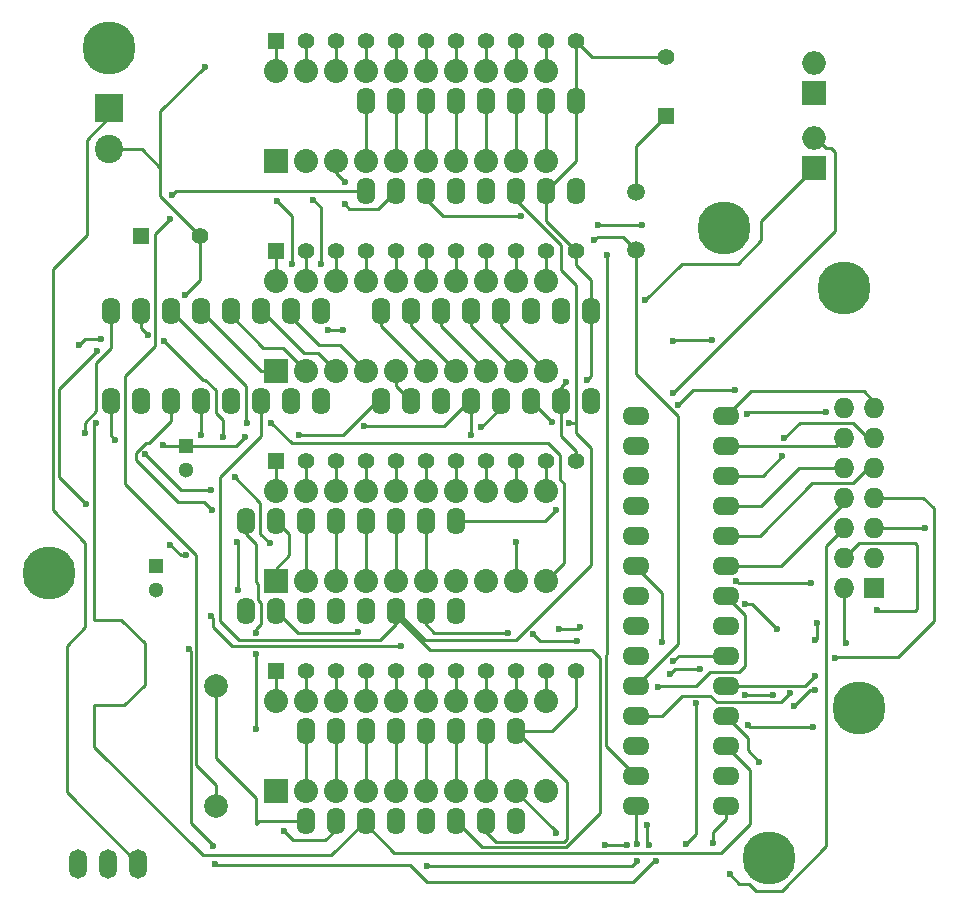
<source format=gbr>
G04 #@! TF.FileFunction,Copper,L2,Bot,Signal*
%FSLAX46Y46*%
G04 Gerber Fmt 4.6, Leading zero omitted, Abs format (unit mm)*
G04 Created by KiCad (PCBNEW 4.0.2-stable) date Tue 02 Aug 2016 06:34:44 PM EDT*
%MOMM*%
G01*
G04 APERTURE LIST*
%ADD10C,0.100000*%
%ADD11C,4.500000*%
%ADD12R,2.032000X2.032000*%
%ADD13C,2.032000*%
%ADD14R,1.400000X1.400000*%
%ADD15C,1.400000*%
%ADD16R,1.300000X1.300000*%
%ADD17C,1.300000*%
%ADD18O,2.300000X1.600000*%
%ADD19C,1.998980*%
%ADD20C,1.397000*%
%ADD21R,1.397000X1.397000*%
%ADD22O,1.600000X2.300000*%
%ADD23C,1.501140*%
%ADD24O,1.501140X2.499360*%
%ADD25R,1.727200X1.727200*%
%ADD26O,1.727200X1.727200*%
%ADD27C,2.400000*%
%ADD28R,2.400000X2.400000*%
%ADD29O,1.998980X1.998980*%
%ADD30R,1.998980X1.998980*%
%ADD31C,0.600000*%
%ADD32C,0.250000*%
G04 APERTURE END LIST*
D10*
D11*
X164338000Y-127571500D03*
X163068000Y-92011500D03*
X156718000Y-140271500D03*
D12*
X114935000Y-134620000D03*
D13*
X117475000Y-134620000D03*
X120015000Y-134620000D03*
X122555000Y-134620000D03*
X132715000Y-127000000D03*
X130175000Y-127000000D03*
X127635000Y-127000000D03*
X125095000Y-127000000D03*
X125095000Y-134620000D03*
X127635000Y-134620000D03*
X130175000Y-134620000D03*
X132715000Y-134620000D03*
X135255000Y-127000000D03*
X137795000Y-127000000D03*
X137795000Y-134620000D03*
X135255000Y-134620000D03*
X122555000Y-127000000D03*
X120015000Y-127000000D03*
X117475000Y-127000000D03*
X114935000Y-127000000D03*
D12*
X114935000Y-116840000D03*
D13*
X117475000Y-116840000D03*
X120015000Y-116840000D03*
X122555000Y-116840000D03*
X132715000Y-109220000D03*
X130175000Y-109220000D03*
X127635000Y-109220000D03*
X125095000Y-109220000D03*
X125095000Y-116840000D03*
X127635000Y-116840000D03*
X130175000Y-116840000D03*
X132715000Y-116840000D03*
X135255000Y-109220000D03*
X137795000Y-109220000D03*
X137795000Y-116840000D03*
X135255000Y-116840000D03*
X122555000Y-109220000D03*
X120015000Y-109220000D03*
X117475000Y-109220000D03*
X114935000Y-109220000D03*
D12*
X114935000Y-99060000D03*
D13*
X117475000Y-99060000D03*
X120015000Y-99060000D03*
X122555000Y-99060000D03*
X132715000Y-91440000D03*
X130175000Y-91440000D03*
X127635000Y-91440000D03*
X125095000Y-91440000D03*
X125095000Y-99060000D03*
X127635000Y-99060000D03*
X130175000Y-99060000D03*
X132715000Y-99060000D03*
X135255000Y-91440000D03*
X137795000Y-91440000D03*
X137795000Y-99060000D03*
X135255000Y-99060000D03*
X122555000Y-91440000D03*
X120015000Y-91440000D03*
X117475000Y-91440000D03*
X114935000Y-91440000D03*
D12*
X114935000Y-81280000D03*
D13*
X117475000Y-81280000D03*
X120015000Y-81280000D03*
X122555000Y-81280000D03*
X132715000Y-73660000D03*
X130175000Y-73660000D03*
X127635000Y-73660000D03*
X125095000Y-73660000D03*
X125095000Y-81280000D03*
X127635000Y-81280000D03*
X130175000Y-81280000D03*
X132715000Y-81280000D03*
X135255000Y-73660000D03*
X137795000Y-73660000D03*
X137795000Y-81280000D03*
X135255000Y-81280000D03*
X122555000Y-73660000D03*
X120015000Y-73660000D03*
X117475000Y-73660000D03*
X114935000Y-73660000D03*
D14*
X103505000Y-87630000D03*
D15*
X108505000Y-87630000D03*
D14*
X147955000Y-77470000D03*
D15*
X147955000Y-72470000D03*
D16*
X104775000Y-115570000D03*
D17*
X104775000Y-117570000D03*
D16*
X107315000Y-105410000D03*
D17*
X107315000Y-107410000D03*
D18*
X145415000Y-102870000D03*
X145415000Y-105410000D03*
X145415000Y-107950000D03*
X145415000Y-110490000D03*
X145415000Y-113030000D03*
X145415000Y-115570000D03*
X145415000Y-118110000D03*
X145415000Y-120650000D03*
X145415000Y-123190000D03*
X145415000Y-125730000D03*
X145415000Y-128270000D03*
X145415000Y-130810000D03*
X145415000Y-133350000D03*
X145415000Y-135890000D03*
X153035000Y-135890000D03*
X153035000Y-133350000D03*
X153035000Y-130810000D03*
X153035000Y-128270000D03*
X153035000Y-125730000D03*
X153035000Y-123190000D03*
X153035000Y-120650000D03*
X153035000Y-118110000D03*
X153035000Y-115570000D03*
X153035000Y-113030000D03*
X153035000Y-110490000D03*
X153035000Y-107950000D03*
X153035000Y-105410000D03*
X153035000Y-102870000D03*
D19*
X109855000Y-135890000D03*
X109855000Y-125730000D03*
D20*
X140335000Y-124460000D03*
D21*
X114935000Y-124460000D03*
D20*
X117475000Y-124460000D03*
X120015000Y-124460000D03*
X122555000Y-124460000D03*
X125095000Y-124460000D03*
X127635000Y-124460000D03*
X130175000Y-124460000D03*
X132715000Y-124460000D03*
X135255000Y-124460000D03*
X137795000Y-124460000D03*
X140335000Y-106680000D03*
D21*
X114935000Y-106680000D03*
D20*
X117475000Y-106680000D03*
X120015000Y-106680000D03*
X122555000Y-106680000D03*
X125095000Y-106680000D03*
X127635000Y-106680000D03*
X130175000Y-106680000D03*
X132715000Y-106680000D03*
X135255000Y-106680000D03*
X137795000Y-106680000D03*
X140335000Y-88900000D03*
D21*
X114935000Y-88900000D03*
D20*
X117475000Y-88900000D03*
X120015000Y-88900000D03*
X122555000Y-88900000D03*
X125095000Y-88900000D03*
X127635000Y-88900000D03*
X130175000Y-88900000D03*
X132715000Y-88900000D03*
X135255000Y-88900000D03*
X137795000Y-88900000D03*
X140335000Y-71120000D03*
D21*
X114935000Y-71120000D03*
D20*
X117475000Y-71120000D03*
X120015000Y-71120000D03*
X122555000Y-71120000D03*
X125095000Y-71120000D03*
X127635000Y-71120000D03*
X130175000Y-71120000D03*
X132715000Y-71120000D03*
X135255000Y-71120000D03*
X137795000Y-71120000D03*
D22*
X117475000Y-129540000D03*
X120015000Y-129540000D03*
X122555000Y-129540000D03*
X125095000Y-129540000D03*
X127635000Y-129540000D03*
X130175000Y-129540000D03*
X132715000Y-129540000D03*
X135255000Y-129540000D03*
X135255000Y-137160000D03*
X132715000Y-137160000D03*
X130175000Y-137160000D03*
X127635000Y-137160000D03*
X125095000Y-137160000D03*
X122555000Y-137160000D03*
X120015000Y-137160000D03*
X117475000Y-137160000D03*
X112395000Y-111760000D03*
X114935000Y-111760000D03*
X117475000Y-111760000D03*
X120015000Y-111760000D03*
X122555000Y-111760000D03*
X125095000Y-111760000D03*
X127635000Y-111760000D03*
X130175000Y-111760000D03*
X130175000Y-119380000D03*
X127635000Y-119380000D03*
X125095000Y-119380000D03*
X122555000Y-119380000D03*
X120015000Y-119380000D03*
X117475000Y-119380000D03*
X114935000Y-119380000D03*
X112395000Y-119380000D03*
X100965000Y-93980000D03*
X103505000Y-93980000D03*
X106045000Y-93980000D03*
X108585000Y-93980000D03*
X111125000Y-93980000D03*
X113665000Y-93980000D03*
X116205000Y-93980000D03*
X118745000Y-93980000D03*
X118745000Y-101600000D03*
X116205000Y-101600000D03*
X113665000Y-101600000D03*
X111125000Y-101600000D03*
X108585000Y-101600000D03*
X106045000Y-101600000D03*
X103505000Y-101600000D03*
X100965000Y-101600000D03*
X123825000Y-93980000D03*
X126365000Y-93980000D03*
X128905000Y-93980000D03*
X131445000Y-93980000D03*
X133985000Y-93980000D03*
X136525000Y-93980000D03*
X139065000Y-93980000D03*
X141605000Y-93980000D03*
X141605000Y-101600000D03*
X139065000Y-101600000D03*
X136525000Y-101600000D03*
X133985000Y-101600000D03*
X131445000Y-101600000D03*
X128905000Y-101600000D03*
X126365000Y-101600000D03*
X123825000Y-101600000D03*
X122555000Y-76200000D03*
X125095000Y-76200000D03*
X127635000Y-76200000D03*
X130175000Y-76200000D03*
X132715000Y-76200000D03*
X135255000Y-76200000D03*
X137795000Y-76200000D03*
X140335000Y-76200000D03*
X140335000Y-83820000D03*
X137795000Y-83820000D03*
X135255000Y-83820000D03*
X132715000Y-83820000D03*
X130175000Y-83820000D03*
X127635000Y-83820000D03*
X125095000Y-83820000D03*
X122555000Y-83820000D03*
D23*
X145415000Y-88800940D03*
X145415000Y-83919060D03*
D11*
X100838000Y-71691500D03*
X152908000Y-86931500D03*
X95758000Y-116141500D03*
D24*
X100711000Y-140779500D03*
X98171000Y-140779500D03*
X103251000Y-140779500D03*
D25*
X165608000Y-117411500D03*
D26*
X163068000Y-117411500D03*
X165608000Y-114871500D03*
X163068000Y-114871500D03*
X165608000Y-112331500D03*
X163068000Y-112331500D03*
X165608000Y-109791500D03*
X163068000Y-109791500D03*
X165608000Y-107251500D03*
X163068000Y-107251500D03*
X165608000Y-104711500D03*
X163068000Y-104711500D03*
X165608000Y-102171500D03*
X163068000Y-102171500D03*
D27*
X100838000Y-80271500D03*
D28*
X100838000Y-76771500D03*
D29*
X160528000Y-79311500D03*
D30*
X160528000Y-81851500D03*
D29*
X160528000Y-72961500D03*
D30*
X160528000Y-75501500D03*
D31*
X115633500Y-138049000D03*
X113284000Y-121221500D03*
X113284000Y-122999500D03*
X113284000Y-129349500D03*
X138620500Y-138176000D03*
X142811500Y-139192000D03*
X144653000Y-139192000D03*
X121856500Y-121158000D03*
X99822000Y-97345500D03*
X98869500Y-110299500D03*
X105981500Y-113792000D03*
X107315000Y-114681000D03*
X109410500Y-109156500D03*
X103886000Y-106108500D03*
X98742500Y-104330500D03*
X114554000Y-103441500D03*
X112458500Y-103441500D03*
X135255000Y-113538000D03*
X114427000Y-113665000D03*
X111442500Y-108077000D03*
X110490000Y-104648000D03*
X105473500Y-96520000D03*
X104076500Y-96012000D03*
X120650000Y-95567500D03*
X119380000Y-95631000D03*
X116332000Y-90043000D03*
X114998500Y-84645500D03*
X118745000Y-89979500D03*
X118110000Y-84582000D03*
X120777000Y-83058000D03*
X120777000Y-84963000D03*
X141859000Y-88011000D03*
X107251500Y-92646500D03*
X108585000Y-104457500D03*
X100139500Y-96393000D03*
X98234500Y-96901000D03*
X122364500Y-103759000D03*
X138620500Y-110871000D03*
X131445000Y-104521000D03*
X147256500Y-125793500D03*
X140398500Y-121920000D03*
X136715500Y-121348500D03*
X134556500Y-121221500D03*
X141287500Y-99822000D03*
X139509500Y-100012500D03*
X108902500Y-73342500D03*
X150495000Y-127190500D03*
X149669500Y-139128500D03*
X148590000Y-123634500D03*
X106172000Y-84137500D03*
X101346000Y-104902000D03*
X105410000Y-105346500D03*
X116903500Y-104521000D03*
X112331500Y-104648000D03*
X105981500Y-86233000D03*
X146177000Y-93091000D03*
X148526500Y-100965000D03*
X148971000Y-101917500D03*
X153797000Y-100647500D03*
X154813000Y-102743000D03*
X161480500Y-102552500D03*
X163195000Y-122110500D03*
X160591500Y-126111000D03*
X158813500Y-127444500D03*
X157035500Y-126492000D03*
X154686000Y-126492000D03*
X138938000Y-120904000D03*
X140716000Y-120713500D03*
X147637500Y-121983500D03*
X148272500Y-124714000D03*
X150876000Y-124269500D03*
X153924000Y-116840000D03*
X160210500Y-117030500D03*
X165798500Y-119316500D03*
X160718500Y-120396000D03*
X160591500Y-121856500D03*
X158432500Y-126365000D03*
X169862500Y-112331500D03*
X160401000Y-129222500D03*
X154876500Y-129032000D03*
X135699500Y-85979000D03*
X142938500Y-89217500D03*
X127698500Y-140970000D03*
X145478500Y-140589000D03*
X145478500Y-139128500D03*
X153352500Y-141668500D03*
X151955500Y-139065000D03*
X142240000Y-86741000D03*
X145923000Y-86677500D03*
X148590000Y-96520000D03*
X151892000Y-96456500D03*
X132334000Y-103822500D03*
X99695000Y-103441500D03*
X138303000Y-103378000D03*
X139763500Y-103441500D03*
X155829000Y-132143500D03*
X162242500Y-123380500D03*
X160591500Y-124904500D03*
X157353000Y-120904000D03*
X154686000Y-118808500D03*
X157988000Y-104775000D03*
X157797500Y-106299000D03*
X107569000Y-122618500D03*
X109601000Y-139255500D03*
X109791500Y-140843000D03*
X147129500Y-140525500D03*
X146494500Y-139192000D03*
X146367500Y-137477500D03*
X125539500Y-122364500D03*
X109410500Y-119824500D03*
X111696500Y-117602000D03*
X111633000Y-113538000D03*
X109537500Y-110871000D03*
D32*
X120015000Y-137160000D02*
X120015000Y-137922000D01*
X120015000Y-137922000D02*
X119126000Y-138811000D01*
X119126000Y-138811000D02*
X116395500Y-138811000D01*
X116395500Y-138811000D02*
X115633500Y-138049000D01*
X117475000Y-129540000D02*
X117475000Y-134620000D01*
X120015000Y-129540000D02*
X120015000Y-134620000D01*
X122555000Y-129540000D02*
X122555000Y-134620000D01*
X132715000Y-124460000D02*
X132715000Y-127000000D01*
X130175000Y-124460000D02*
X130175000Y-127000000D01*
X127635000Y-124460000D02*
X127635000Y-127000000D01*
X125095000Y-124460000D02*
X125095000Y-127000000D01*
X125095000Y-129540000D02*
X125095000Y-134620000D01*
X127635000Y-129540000D02*
X127635000Y-134620000D01*
X130175000Y-129540000D02*
X130175000Y-134620000D01*
X132715000Y-129540000D02*
X132715000Y-134620000D01*
X135255000Y-127000000D02*
X135255000Y-124460000D01*
X137795000Y-124460000D02*
X137795000Y-127000000D01*
X112395000Y-111760000D02*
X112395000Y-112903000D01*
X112395000Y-112903000D02*
X113220500Y-113728500D01*
X113220500Y-113728500D02*
X113220500Y-116903500D01*
X113220500Y-116903500D02*
X113411000Y-117094000D01*
X113411000Y-117094000D02*
X113411000Y-118427500D01*
X113411000Y-118427500D02*
X113665000Y-118681500D01*
X113665000Y-118681500D02*
X113665000Y-120523000D01*
X113665000Y-120523000D02*
X113284000Y-120904000D01*
X113284000Y-120904000D02*
X113284000Y-121221500D01*
X113284000Y-122999500D02*
X113284000Y-129349500D01*
X135255000Y-134620000D02*
X135255000Y-134683500D01*
X135255000Y-134683500D02*
X138620500Y-138049000D01*
X138620500Y-138049000D02*
X138620500Y-138176000D01*
X142811500Y-139192000D02*
X144653000Y-139192000D01*
X121856500Y-121158000D02*
X121793000Y-121221500D01*
X121793000Y-121221500D02*
X116776500Y-121221500D01*
X116776500Y-121221500D02*
X114935000Y-119380000D01*
X122555000Y-124460000D02*
X122555000Y-127000000D01*
X120015000Y-124460000D02*
X120015000Y-127000000D01*
X117475000Y-124460000D02*
X117475000Y-127000000D01*
X114935000Y-124460000D02*
X114935000Y-127000000D01*
X114935000Y-116840000D02*
X114935000Y-115824000D01*
X114935000Y-115824000D02*
X116078000Y-114681000D01*
X116078000Y-114681000D02*
X116078000Y-112903000D01*
X116078000Y-112903000D02*
X114935000Y-111760000D01*
X117475000Y-111760000D02*
X117475000Y-116840000D01*
X120015000Y-111760000D02*
X120015000Y-116840000D01*
X122555000Y-111760000D02*
X122555000Y-116840000D01*
X132715000Y-106680000D02*
X132715000Y-109220000D01*
X130175000Y-106680000D02*
X130175000Y-109220000D01*
X127635000Y-106680000D02*
X127635000Y-109220000D01*
X125095000Y-106680000D02*
X125095000Y-109220000D01*
X125095000Y-111760000D02*
X125095000Y-116840000D01*
X127635000Y-111760000D02*
X127635000Y-116840000D01*
X99822000Y-97345500D02*
X96583500Y-100584000D01*
X96583500Y-100584000D02*
X96583500Y-108013500D01*
X96583500Y-108013500D02*
X98869500Y-110299500D01*
X105981500Y-113792000D02*
X106870500Y-114681000D01*
X106870500Y-114681000D02*
X107315000Y-114681000D01*
X100965000Y-93980000D02*
X100965000Y-97091500D01*
X106934000Y-109156500D02*
X109410500Y-109156500D01*
X103886000Y-106108500D02*
X106934000Y-109156500D01*
X98742500Y-103441500D02*
X98742500Y-104330500D01*
X99695000Y-102489000D02*
X98742500Y-103441500D01*
X99695000Y-98361500D02*
X99695000Y-102489000D01*
X100965000Y-97091500D02*
X99695000Y-98361500D01*
X135255000Y-106680000D02*
X135255000Y-109220000D01*
X137795000Y-106680000D02*
X137795000Y-109220000D01*
X106045000Y-93980000D02*
X112395000Y-100330000D01*
X139319000Y-115316000D02*
X137795000Y-116840000D01*
X139319000Y-108585000D02*
X139319000Y-115316000D01*
X139001500Y-108267500D02*
X139319000Y-108585000D01*
X139001500Y-106172000D02*
X139001500Y-108267500D01*
X137985500Y-105156000D02*
X139001500Y-106172000D01*
X116268500Y-105156000D02*
X137985500Y-105156000D01*
X114554000Y-103441500D02*
X116268500Y-105156000D01*
X112395000Y-103378000D02*
X112458500Y-103441500D01*
X112395000Y-100330000D02*
X112395000Y-103378000D01*
X103505000Y-93980000D02*
X103505000Y-95440500D01*
X135255000Y-113538000D02*
X135255000Y-116840000D01*
X113601500Y-112839500D02*
X114427000Y-113665000D01*
X113601500Y-110236000D02*
X113601500Y-112839500D01*
X111442500Y-108077000D02*
X113601500Y-110236000D01*
X110490000Y-103251000D02*
X110490000Y-104648000D01*
X109855000Y-102616000D02*
X110490000Y-103251000D01*
X109855000Y-100711000D02*
X109855000Y-102616000D01*
X108966000Y-99822000D02*
X109855000Y-100711000D01*
X108775500Y-99822000D02*
X108966000Y-99822000D01*
X105473500Y-96520000D02*
X108775500Y-99822000D01*
X103505000Y-95440500D02*
X104076500Y-96012000D01*
X122555000Y-106680000D02*
X122555000Y-109220000D01*
X120015000Y-106680000D02*
X120015000Y-109220000D01*
X117475000Y-106680000D02*
X117475000Y-109220000D01*
X114935000Y-106680000D02*
X114935000Y-109220000D01*
X114935000Y-99060000D02*
X113665000Y-99060000D01*
X113665000Y-99060000D02*
X108585000Y-93980000D01*
X111125000Y-93980000D02*
X111125000Y-94361000D01*
X111125000Y-94361000D02*
X113855500Y-97091500D01*
X113855500Y-97091500D02*
X115506500Y-97091500D01*
X115506500Y-97091500D02*
X117475000Y-99060000D01*
X113665000Y-93980000D02*
X113792000Y-93980000D01*
X113792000Y-93980000D02*
X117348000Y-97536000D01*
X117348000Y-97536000D02*
X118491000Y-97536000D01*
X118491000Y-97536000D02*
X120015000Y-99060000D01*
X116205000Y-93980000D02*
X116205000Y-94488000D01*
X116205000Y-94488000D02*
X118554500Y-96837500D01*
X118554500Y-96837500D02*
X120332500Y-96837500D01*
X120332500Y-96837500D02*
X122555000Y-99060000D01*
X132715000Y-88900000D02*
X132715000Y-91440000D01*
X130175000Y-88900000D02*
X130175000Y-91440000D01*
X127635000Y-88900000D02*
X127635000Y-91440000D01*
X125095000Y-88900000D02*
X125095000Y-91440000D01*
X125095000Y-99060000D02*
X125095000Y-100330000D01*
X125095000Y-100330000D02*
X126365000Y-101600000D01*
X123825000Y-93980000D02*
X123825000Y-95250000D01*
X123825000Y-95250000D02*
X127635000Y-99060000D01*
X126365000Y-93980000D02*
X126365000Y-95250000D01*
X126365000Y-95250000D02*
X130175000Y-99060000D01*
X128905000Y-93980000D02*
X128905000Y-95250000D01*
X128905000Y-95250000D02*
X132715000Y-99060000D01*
X135255000Y-88900000D02*
X135255000Y-91440000D01*
X137795000Y-88900000D02*
X137795000Y-91440000D01*
X133985000Y-93980000D02*
X133985000Y-95250000D01*
X133985000Y-95250000D02*
X137795000Y-99060000D01*
X131445000Y-93980000D02*
X131445000Y-95250000D01*
X131445000Y-95250000D02*
X135255000Y-99060000D01*
X122555000Y-88900000D02*
X122555000Y-91440000D01*
X120015000Y-88900000D02*
X120015000Y-91440000D01*
X117475000Y-88900000D02*
X117475000Y-91440000D01*
X114935000Y-88900000D02*
X114935000Y-91440000D01*
X119443500Y-95567500D02*
X120650000Y-95567500D01*
X119380000Y-95631000D02*
X119443500Y-95567500D01*
X116332000Y-85979000D02*
X116332000Y-90043000D01*
X114998500Y-84645500D02*
X116332000Y-85979000D01*
X118745000Y-85217000D02*
X118745000Y-89979500D01*
X118110000Y-84582000D02*
X118745000Y-85217000D01*
X120015000Y-81280000D02*
X120015000Y-82296000D01*
X120015000Y-82296000D02*
X120777000Y-83058000D01*
X120777000Y-84963000D02*
X121158000Y-85344000D01*
X121158000Y-85344000D02*
X123571000Y-85344000D01*
X123571000Y-85344000D02*
X125095000Y-83820000D01*
X122555000Y-76200000D02*
X122555000Y-81280000D01*
X132715000Y-71120000D02*
X132715000Y-73660000D01*
X130175000Y-71120000D02*
X130175000Y-73660000D01*
X127635000Y-71120000D02*
X127635000Y-73660000D01*
X125095000Y-71120000D02*
X125095000Y-73660000D01*
X125095000Y-76200000D02*
X125095000Y-81280000D01*
X127635000Y-76200000D02*
X127635000Y-81280000D01*
X130175000Y-76200000D02*
X130175000Y-81280000D01*
X132715000Y-76200000D02*
X132715000Y-81280000D01*
X135255000Y-71120000D02*
X135255000Y-73660000D01*
X137795000Y-71120000D02*
X137795000Y-73660000D01*
X137795000Y-76200000D02*
X137795000Y-81280000D01*
X135255000Y-76200000D02*
X135255000Y-81280000D01*
X122555000Y-71120000D02*
X122555000Y-73660000D01*
X120015000Y-71120000D02*
X120015000Y-73660000D01*
X117475000Y-71120000D02*
X117475000Y-73660000D01*
X114935000Y-71120000D02*
X114935000Y-73660000D01*
X144307560Y-87693500D02*
X145415000Y-88800940D01*
X142176500Y-87693500D02*
X144307560Y-87693500D01*
X141859000Y-88011000D02*
X142176500Y-87693500D01*
X145415000Y-88800940D02*
X145415000Y-99314000D01*
X148971000Y-122174000D02*
X145415000Y-125730000D01*
X148971000Y-102870000D02*
X148971000Y-122174000D01*
X145415000Y-99314000D02*
X148971000Y-102870000D01*
X100838000Y-80271500D02*
X103576000Y-80271500D01*
X103576000Y-80271500D02*
X105156000Y-81851500D01*
X108505000Y-87630000D02*
X108505000Y-91393000D01*
X108505000Y-91393000D02*
X107251500Y-92646500D01*
X108585000Y-104457500D02*
X108585000Y-101600000D01*
X98742500Y-96393000D02*
X100139500Y-96393000D01*
X98234500Y-96901000D02*
X98742500Y-96393000D01*
X131445000Y-101600000D02*
X131318000Y-101600000D01*
X131318000Y-101600000D02*
X129159000Y-103759000D01*
X129159000Y-103759000D02*
X122364500Y-103759000D01*
X137731500Y-111760000D02*
X130175000Y-111760000D01*
X138620500Y-110871000D02*
X137731500Y-111760000D01*
X131445000Y-101600000D02*
X131445000Y-104521000D01*
X154622500Y-119697500D02*
X153035000Y-118110000D01*
X154622500Y-124015500D02*
X154622500Y-119697500D01*
X154114500Y-124523500D02*
X154622500Y-124015500D01*
X151701500Y-124523500D02*
X154114500Y-124523500D01*
X150495000Y-125730000D02*
X151701500Y-124523500D01*
X147320000Y-125730000D02*
X150495000Y-125730000D01*
X147256500Y-125793500D02*
X147320000Y-125730000D01*
X127635000Y-119380000D02*
X127635000Y-120517498D01*
X127635000Y-120517498D02*
X128339002Y-121221500D01*
X137287000Y-121920000D02*
X140398500Y-121920000D01*
X136715500Y-121348500D02*
X137287000Y-121920000D01*
X128339002Y-121221500D02*
X134556500Y-121221500D01*
X139065000Y-101600000D02*
X139065000Y-100457000D01*
X139065000Y-100457000D02*
X139509500Y-100012500D01*
X141605000Y-99504500D02*
X141605000Y-93980000D01*
X141287500Y-99822000D02*
X141605000Y-99504500D01*
X140335000Y-106680000D02*
X140335000Y-105854500D01*
X139065000Y-104584500D02*
X139065000Y-101600000D01*
X140335000Y-105854500D02*
X139065000Y-104584500D01*
X140335000Y-88900000D02*
X140335000Y-90106500D01*
X141605000Y-91376500D02*
X141605000Y-93980000D01*
X140335000Y-90106500D02*
X141605000Y-91376500D01*
X105156000Y-84281000D02*
X108505000Y-87630000D01*
X105156000Y-77089000D02*
X105156000Y-81851500D01*
X105156000Y-81851500D02*
X105156000Y-84281000D01*
X108902500Y-73342500D02*
X105156000Y-77089000D01*
X147955000Y-72470000D02*
X141685000Y-72470000D01*
X141685000Y-72470000D02*
X140335000Y-71120000D01*
X135255000Y-129540000D02*
X138303000Y-129540000D01*
X140335000Y-127508000D02*
X140335000Y-124460000D01*
X138303000Y-129540000D02*
X140335000Y-127508000D01*
X132715000Y-137160000D02*
X132715000Y-138106998D01*
X132715000Y-138106998D02*
X133540500Y-138932498D01*
X133540500Y-138932498D02*
X139323104Y-138932498D01*
X139323104Y-138932498D02*
X139573000Y-138682602D01*
X139573000Y-138682602D02*
X139573000Y-133858000D01*
X139573000Y-133858000D02*
X135255000Y-129540000D01*
X137795000Y-83820000D02*
X137795000Y-86360000D01*
X137795000Y-86360000D02*
X140335000Y-88900000D01*
X140335000Y-76200000D02*
X140335000Y-81280000D01*
X140335000Y-81280000D02*
X137795000Y-83820000D01*
X140335000Y-71120000D02*
X140335000Y-76200000D01*
X145415000Y-83919060D02*
X145415000Y-80010000D01*
X145415000Y-80010000D02*
X147955000Y-77470000D01*
X100838000Y-76771500D02*
X100838000Y-77597000D01*
X100838000Y-77597000D02*
X98933000Y-79502000D01*
X98933000Y-79502000D02*
X98933000Y-87566500D01*
X98933000Y-87566500D02*
X96075500Y-90424000D01*
X96075500Y-90424000D02*
X96075500Y-110871000D01*
X96075500Y-110871000D02*
X98806000Y-113601500D01*
X98806000Y-113601500D02*
X98806000Y-120777000D01*
X98806000Y-120777000D02*
X97218500Y-122364500D01*
X97218500Y-122364500D02*
X97218500Y-134747000D01*
X97218500Y-134747000D02*
X103251000Y-140779500D01*
X150495000Y-138303000D02*
X150495000Y-127190500D01*
X149669500Y-139128500D02*
X150495000Y-138303000D01*
X149034500Y-123190000D02*
X153035000Y-123190000D01*
X148590000Y-123634500D02*
X149034500Y-123190000D01*
X106489500Y-83820000D02*
X122555000Y-83820000D01*
X106172000Y-84137500D02*
X106489500Y-83820000D01*
X100965000Y-101600000D02*
X100965000Y-104521000D01*
X100965000Y-104521000D02*
X101346000Y-104902000D01*
X105473500Y-105410000D02*
X107315000Y-105410000D01*
X105410000Y-105346500D02*
X105473500Y-105410000D01*
X123825000Y-101600000D02*
X123501998Y-101600000D01*
X123501998Y-101600000D02*
X120580998Y-104521000D01*
X120580998Y-104521000D02*
X116903500Y-104521000D01*
X112331500Y-104648000D02*
X111569500Y-105410000D01*
X111569500Y-105410000D02*
X107315000Y-105410000D01*
X109855000Y-125730000D02*
X109855000Y-131826000D01*
X113474500Y-137160000D02*
X117475000Y-137160000D01*
X113220500Y-137414000D02*
X113474500Y-137160000D01*
X113220500Y-135191500D02*
X113220500Y-137414000D01*
X109855000Y-131826000D02*
X113220500Y-135191500D01*
X109855000Y-135890000D02*
X109855000Y-134112000D01*
X104711500Y-87503000D02*
X105981500Y-86233000D01*
X104711500Y-96964500D02*
X104711500Y-87503000D01*
X102171500Y-99504500D02*
X104711500Y-96964500D01*
X102171500Y-108648500D02*
X102171500Y-99504500D01*
X108204000Y-114681000D02*
X102171500Y-108648500D01*
X108204000Y-132461000D02*
X108204000Y-114681000D01*
X109855000Y-134112000D02*
X108204000Y-132461000D01*
X146177000Y-93091000D02*
X149288500Y-89979500D01*
X149288500Y-89979500D02*
X154051000Y-89979500D01*
X154051000Y-89979500D02*
X156019500Y-88011000D01*
X156019500Y-88011000D02*
X156019500Y-86360000D01*
X156019500Y-86360000D02*
X160528000Y-81851500D01*
X160528000Y-79311500D02*
X160655000Y-79311500D01*
X160655000Y-79311500D02*
X161544000Y-80200500D01*
X161544000Y-80200500D02*
X161925000Y-80200500D01*
X161925000Y-80200500D02*
X162242500Y-80518000D01*
X162242500Y-80518000D02*
X162242500Y-87249000D01*
X162242500Y-87249000D02*
X148526500Y-100965000D01*
X148971000Y-101917500D02*
X150241000Y-100647500D01*
X150241000Y-100647500D02*
X153797000Y-100647500D01*
X154813000Y-102743000D02*
X155003500Y-102552500D01*
X155003500Y-102552500D02*
X161480500Y-102552500D01*
X163068000Y-121983500D02*
X163068000Y-117411500D01*
X163195000Y-122110500D02*
X163068000Y-121983500D01*
X160147000Y-126111000D02*
X160591500Y-126111000D01*
X158813500Y-127444500D02*
X160147000Y-126111000D01*
X154686000Y-126492000D02*
X157035500Y-126492000D01*
X140525500Y-120904000D02*
X138938000Y-120904000D01*
X140716000Y-120713500D02*
X140525500Y-120904000D01*
X145415000Y-115570000D02*
X145415000Y-115633500D01*
X145415000Y-115633500D02*
X147637500Y-117856000D01*
X147637500Y-117856000D02*
X147637500Y-121983500D01*
X148272500Y-124714000D02*
X148717000Y-124269500D01*
X148717000Y-124269500D02*
X150876000Y-124269500D01*
X153924000Y-116840000D02*
X154114500Y-117030500D01*
X154114500Y-117030500D02*
X160210500Y-117030500D01*
X145415000Y-128270000D02*
X147637500Y-128270000D01*
X164338000Y-113601500D02*
X163068000Y-114871500D01*
X169037000Y-113601500D02*
X164338000Y-113601500D01*
X169227500Y-113792000D02*
X169037000Y-113601500D01*
X169227500Y-119189500D02*
X169227500Y-113792000D01*
X169037000Y-119380000D02*
X169227500Y-119189500D01*
X165862000Y-119380000D02*
X169037000Y-119380000D01*
X165798500Y-119316500D02*
X165862000Y-119380000D01*
X160718500Y-121729500D02*
X160718500Y-120396000D01*
X160591500Y-121856500D02*
X160718500Y-121729500D01*
X157670500Y-127127000D02*
X158432500Y-126365000D01*
X152273000Y-127127000D02*
X157670500Y-127127000D01*
X151701500Y-126555500D02*
X152273000Y-127127000D01*
X149352000Y-126555500D02*
X151701500Y-126555500D01*
X147637500Y-128270000D02*
X149352000Y-126555500D01*
X169862500Y-112331500D02*
X165608000Y-112331500D01*
X155067000Y-129222500D02*
X160401000Y-129222500D01*
X154876500Y-129032000D02*
X155067000Y-129222500D01*
X145415000Y-133350000D02*
X142875000Y-130810000D01*
X129095500Y-85979000D02*
X127635000Y-84518500D01*
X135699500Y-85979000D02*
X129095500Y-85979000D01*
X142938500Y-123063000D02*
X142938500Y-89217500D01*
X142875000Y-123126500D02*
X142938500Y-123063000D01*
X142875000Y-130810000D02*
X142875000Y-123126500D01*
X127635000Y-84518500D02*
X127635000Y-83820000D01*
X145415000Y-135890000D02*
X145415000Y-139065000D01*
X145097500Y-140970000D02*
X127698500Y-140970000D01*
X145478500Y-140589000D02*
X145097500Y-140970000D01*
X145415000Y-139065000D02*
X145478500Y-139128500D01*
X153035000Y-135890000D02*
X153035000Y-137033000D01*
X161544000Y-113855500D02*
X163068000Y-112331500D01*
X161544000Y-139319000D02*
X161544000Y-113855500D01*
X157797500Y-143065500D02*
X161544000Y-139319000D01*
X155575000Y-143065500D02*
X157797500Y-143065500D01*
X155003500Y-142494000D02*
X155575000Y-143065500D01*
X154178000Y-142494000D02*
X155003500Y-142494000D01*
X153352500Y-141668500D02*
X154178000Y-142494000D01*
X151955500Y-138112500D02*
X151955500Y-139065000D01*
X153035000Y-137033000D02*
X151955500Y-138112500D01*
X142240000Y-86741000D02*
X142303500Y-86677500D01*
X142303500Y-86677500D02*
X145923000Y-86677500D01*
X148590000Y-96520000D02*
X148653500Y-96456500D01*
X148653500Y-96456500D02*
X151892000Y-96456500D01*
X99568000Y-120142000D02*
X101854000Y-120142000D01*
X102108000Y-127381000D02*
X99568000Y-127381000D01*
X103822500Y-125666500D02*
X102108000Y-127381000D01*
X103822500Y-122110500D02*
X103822500Y-125666500D01*
X101854000Y-120142000D02*
X103822500Y-122110500D01*
X99568000Y-103568500D02*
X99568000Y-120142000D01*
X99568000Y-127381000D02*
X99568000Y-130873500D01*
X132334000Y-103822500D02*
X133985000Y-102171500D01*
X133985000Y-102171500D02*
X133985000Y-101600000D01*
X122555000Y-137160000D02*
X122555000Y-137414000D01*
X122555000Y-137414000D02*
X124973502Y-139832502D01*
X155067000Y-132842000D02*
X153035000Y-130810000D01*
X155067000Y-137414000D02*
X155067000Y-132842000D01*
X152648498Y-139832502D02*
X155067000Y-137414000D01*
X124973502Y-139832502D02*
X152648498Y-139832502D01*
X99695000Y-103441500D02*
X99568000Y-103568500D01*
X99568000Y-130873500D02*
X108775500Y-140081000D01*
X108775500Y-140081000D02*
X119634000Y-140081000D01*
X119634000Y-140081000D02*
X122555000Y-137160000D01*
X140335000Y-103441500D02*
X139763500Y-103441500D01*
X138303000Y-103378000D02*
X136525000Y-101600000D01*
X154876500Y-130111500D02*
X153035000Y-128270000D01*
X154876500Y-131191000D02*
X154876500Y-130111500D01*
X155829000Y-132143500D02*
X154876500Y-131191000D01*
X125095000Y-119380000D02*
X125095000Y-119824500D01*
X125095000Y-119824500D02*
X127952500Y-122682000D01*
X132397500Y-139382500D02*
X130175000Y-137160000D01*
X139509500Y-139382500D02*
X132397500Y-139382500D01*
X142367000Y-136525000D02*
X139509500Y-139382500D01*
X142367000Y-123380500D02*
X142367000Y-136525000D01*
X141668500Y-122682000D02*
X142367000Y-123380500D01*
X127952500Y-122682000D02*
X141668500Y-122682000D01*
X125095000Y-119380000D02*
X125095000Y-120523000D01*
X125095000Y-120523000D02*
X123761500Y-121856500D01*
X113665000Y-104584500D02*
X113665000Y-101600000D01*
X110236000Y-108013500D02*
X113665000Y-104584500D01*
X110236000Y-120269000D02*
X110236000Y-108013500D01*
X111823500Y-121856500D02*
X110236000Y-120269000D01*
X123761500Y-121856500D02*
X111823500Y-121856500D01*
X135255000Y-83820000D02*
X135255000Y-84582000D01*
X135255000Y-84582000D02*
X139065000Y-88392000D01*
X139065000Y-88392000D02*
X139065000Y-90487500D01*
X139065000Y-90487500D02*
X140335000Y-91757500D01*
X140335000Y-91757500D02*
X140335000Y-103441500D01*
X140335000Y-103441500D02*
X140335000Y-104330500D01*
X140335000Y-104330500D02*
X141605000Y-105600500D01*
X141605000Y-105600500D02*
X141605000Y-115506500D01*
X141605000Y-115506500D02*
X135255000Y-121856500D01*
X135255000Y-121856500D02*
X127571500Y-121856500D01*
X127571500Y-121856500D02*
X125095000Y-119380000D01*
X153035000Y-125730000D02*
X159766000Y-125730000D01*
X169735500Y-109791500D02*
X165608000Y-109791500D01*
X170624500Y-110680500D02*
X169735500Y-109791500D01*
X170624500Y-120205500D02*
X170624500Y-110680500D01*
X167576500Y-123253500D02*
X170624500Y-120205500D01*
X162369500Y-123253500D02*
X167576500Y-123253500D01*
X162242500Y-123380500D02*
X162369500Y-123253500D01*
X159766000Y-125730000D02*
X160591500Y-124904500D01*
X157353000Y-120904000D02*
X155257500Y-118808500D01*
X155257500Y-118808500D02*
X154686000Y-118808500D01*
X163068000Y-109791500D02*
X163068000Y-110236000D01*
X163068000Y-110236000D02*
X157734000Y-115570000D01*
X157734000Y-115570000D02*
X153035000Y-115570000D01*
X165608000Y-107251500D02*
X165100000Y-107251500D01*
X165100000Y-107251500D02*
X163766500Y-108585000D01*
X163766500Y-108585000D02*
X160337500Y-108585000D01*
X160337500Y-108585000D02*
X155892500Y-113030000D01*
X155892500Y-113030000D02*
X153035000Y-113030000D01*
X163068000Y-107251500D02*
X159258000Y-107251500D01*
X156019500Y-110490000D02*
X153035000Y-110490000D01*
X159258000Y-107251500D02*
X156019500Y-110490000D01*
X165608000Y-104711500D02*
X165036500Y-104711500D01*
X165036500Y-104711500D02*
X163766500Y-103441500D01*
X163766500Y-103441500D02*
X159321500Y-103441500D01*
X159321500Y-103441500D02*
X157988000Y-104775000D01*
X157797500Y-106299000D02*
X156146500Y-107950000D01*
X156146500Y-107950000D02*
X153035000Y-107950000D01*
X153035000Y-105410000D02*
X162369500Y-105410000D01*
X162369500Y-105410000D02*
X163068000Y-104711500D01*
X165608000Y-102171500D02*
X165608000Y-101663500D01*
X165608000Y-101663500D02*
X164719000Y-100774500D01*
X164719000Y-100774500D02*
X155130500Y-100774500D01*
X155130500Y-100774500D02*
X153035000Y-102870000D01*
X107569000Y-122618500D02*
X107753998Y-122803498D01*
X107753998Y-122803498D02*
X107753998Y-137339496D01*
X107753998Y-137339496D02*
X109601000Y-139186498D01*
X109601000Y-139186498D02*
X109601000Y-139255500D01*
X109791500Y-140843000D02*
X109855000Y-140906500D01*
X109855000Y-140906500D02*
X126312504Y-140906500D01*
X126312504Y-140906500D02*
X127709504Y-142303500D01*
X127709504Y-142303500D02*
X145161000Y-142303500D01*
X145161000Y-142303500D02*
X146939000Y-140525500D01*
X146939000Y-140525500D02*
X147129500Y-140525500D01*
X146494500Y-139192000D02*
X146367500Y-139065000D01*
X146367500Y-139065000D02*
X146367500Y-137477500D01*
X106045000Y-101600000D02*
X106045000Y-103314500D01*
X111188500Y-122364500D02*
X125539500Y-122364500D01*
X109601000Y-120777000D02*
X111188500Y-122364500D01*
X109601000Y-120015000D02*
X109601000Y-120777000D01*
X109410500Y-119824500D02*
X109601000Y-120015000D01*
X111696500Y-113601500D02*
X111696500Y-117602000D01*
X111633000Y-113538000D02*
X111696500Y-113601500D01*
X108839000Y-110172500D02*
X109537500Y-110871000D01*
X106680000Y-110172500D02*
X108839000Y-110172500D01*
X103124000Y-106616500D02*
X106680000Y-110172500D01*
X103124000Y-105981500D02*
X103124000Y-106616500D01*
X103949500Y-105156000D02*
X103124000Y-105981500D01*
X104203500Y-105156000D02*
X103949500Y-105156000D01*
X106045000Y-103314500D02*
X104203500Y-105156000D01*
M02*

</source>
